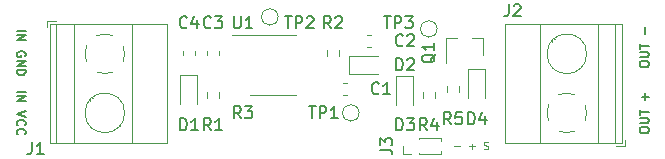
<source format=gbr>
%TF.GenerationSoftware,KiCad,Pcbnew,(5.1.10)-1*%
%TF.CreationDate,2021-06-27T21:28:02-04:00*%
%TF.ProjectId,PWM_Generator,50574d5f-4765-46e6-9572-61746f722e6b,rev?*%
%TF.SameCoordinates,Original*%
%TF.FileFunction,Legend,Top*%
%TF.FilePolarity,Positive*%
%FSLAX46Y46*%
G04 Gerber Fmt 4.6, Leading zero omitted, Abs format (unit mm)*
G04 Created by KiCad (PCBNEW (5.1.10)-1) date 2021-06-27 21:28:02*
%MOMM*%
%LPD*%
G01*
G04 APERTURE LIST*
%ADD10C,0.076200*%
%ADD11C,0.150000*%
%ADD12C,0.120000*%
G04 APERTURE END LIST*
D10*
X126594809Y-90723357D02*
X127078619Y-90723357D01*
X127864809Y-90723357D02*
X128348619Y-90723357D01*
X128106714Y-90965261D02*
X128106714Y-90481452D01*
X129104571Y-90935023D02*
X129195285Y-90965261D01*
X129346476Y-90965261D01*
X129406952Y-90935023D01*
X129437190Y-90904785D01*
X129467428Y-90844309D01*
X129467428Y-90783833D01*
X129437190Y-90723357D01*
X129406952Y-90693119D01*
X129346476Y-90662880D01*
X129225523Y-90632642D01*
X129165047Y-90602404D01*
X129134809Y-90572166D01*
X129104571Y-90511690D01*
X129104571Y-90451214D01*
X129134809Y-90390738D01*
X129165047Y-90360500D01*
X129225523Y-90330261D01*
X129376714Y-90330261D01*
X129467428Y-90360500D01*
D11*
X89571285Y-80953428D02*
X90333285Y-80953428D01*
X89571285Y-81316285D02*
X90333285Y-81316285D01*
X89571285Y-81751714D01*
X90333285Y-81751714D01*
X90297000Y-83094285D02*
X90333285Y-83021714D01*
X90333285Y-82912857D01*
X90297000Y-82804000D01*
X90224428Y-82731428D01*
X90151857Y-82695142D01*
X90006714Y-82658857D01*
X89897857Y-82658857D01*
X89752714Y-82695142D01*
X89680142Y-82731428D01*
X89607571Y-82804000D01*
X89571285Y-82912857D01*
X89571285Y-82985428D01*
X89607571Y-83094285D01*
X89643857Y-83130571D01*
X89897857Y-83130571D01*
X89897857Y-82985428D01*
X89571285Y-83457142D02*
X90333285Y-83457142D01*
X89571285Y-83892571D01*
X90333285Y-83892571D01*
X89571285Y-84255428D02*
X90333285Y-84255428D01*
X90333285Y-84436857D01*
X90297000Y-84545714D01*
X90224428Y-84618285D01*
X90151857Y-84654571D01*
X90006714Y-84690857D01*
X89897857Y-84690857D01*
X89752714Y-84654571D01*
X89680142Y-84618285D01*
X89607571Y-84545714D01*
X89571285Y-84436857D01*
X89571285Y-84255428D01*
X89571285Y-86106000D02*
X90333285Y-86106000D01*
X89571285Y-86468857D02*
X90333285Y-86468857D01*
X89571285Y-86904285D01*
X90333285Y-86904285D01*
X90333285Y-87738857D02*
X89571285Y-87992857D01*
X90333285Y-88246857D01*
X89643857Y-88936285D02*
X89607571Y-88900000D01*
X89571285Y-88791142D01*
X89571285Y-88718571D01*
X89607571Y-88609714D01*
X89680142Y-88537142D01*
X89752714Y-88500857D01*
X89897857Y-88464571D01*
X90006714Y-88464571D01*
X90151857Y-88500857D01*
X90224428Y-88537142D01*
X90297000Y-88609714D01*
X90333285Y-88718571D01*
X90333285Y-88791142D01*
X90297000Y-88900000D01*
X90260714Y-88936285D01*
X89643857Y-89698285D02*
X89607571Y-89662000D01*
X89571285Y-89553142D01*
X89571285Y-89480571D01*
X89607571Y-89371714D01*
X89680142Y-89299142D01*
X89752714Y-89262857D01*
X89897857Y-89226571D01*
X90006714Y-89226571D01*
X90151857Y-89262857D01*
X90224428Y-89299142D01*
X90297000Y-89371714D01*
X90333285Y-89480571D01*
X90333285Y-89553142D01*
X90297000Y-89662000D01*
X90260714Y-89698285D01*
X142330714Y-89408000D02*
X142330714Y-89262857D01*
X142367000Y-89190285D01*
X142439571Y-89117714D01*
X142584714Y-89081428D01*
X142838714Y-89081428D01*
X142983857Y-89117714D01*
X143056428Y-89190285D01*
X143092714Y-89262857D01*
X143092714Y-89408000D01*
X143056428Y-89480571D01*
X142983857Y-89553142D01*
X142838714Y-89589428D01*
X142584714Y-89589428D01*
X142439571Y-89553142D01*
X142367000Y-89480571D01*
X142330714Y-89408000D01*
X142330714Y-88754857D02*
X142947571Y-88754857D01*
X143020142Y-88718571D01*
X143056428Y-88682285D01*
X143092714Y-88609714D01*
X143092714Y-88464571D01*
X143056428Y-88392000D01*
X143020142Y-88355714D01*
X142947571Y-88319428D01*
X142330714Y-88319428D01*
X142330714Y-88065428D02*
X142330714Y-87630000D01*
X143092714Y-87847714D02*
X142330714Y-87847714D01*
X142802428Y-86795428D02*
X142802428Y-86214857D01*
X143092714Y-86505142D02*
X142512142Y-86505142D01*
X142330714Y-83820000D02*
X142330714Y-83674857D01*
X142367000Y-83602285D01*
X142439571Y-83529714D01*
X142584714Y-83493428D01*
X142838714Y-83493428D01*
X142983857Y-83529714D01*
X143056428Y-83602285D01*
X143092714Y-83674857D01*
X143092714Y-83820000D01*
X143056428Y-83892571D01*
X142983857Y-83965142D01*
X142838714Y-84001428D01*
X142584714Y-84001428D01*
X142439571Y-83965142D01*
X142367000Y-83892571D01*
X142330714Y-83820000D01*
X142330714Y-83166857D02*
X142947571Y-83166857D01*
X143020142Y-83130571D01*
X143056428Y-83094285D01*
X143092714Y-83021714D01*
X143092714Y-82876571D01*
X143056428Y-82804000D01*
X143020142Y-82767714D01*
X142947571Y-82731428D01*
X142330714Y-82731428D01*
X142330714Y-82477428D02*
X142330714Y-82042000D01*
X143092714Y-82259714D02*
X142330714Y-82259714D01*
X142802428Y-81207428D02*
X142802428Y-80626857D01*
D12*
%TO.C,J3*%
X125496000Y-91373000D02*
X125496000Y-91072493D01*
X125496000Y-90283507D02*
X125496000Y-89983000D01*
X123621000Y-91373000D02*
X125496000Y-91373000D01*
X123621000Y-89983000D02*
X125496000Y-89983000D01*
X123621000Y-91373000D02*
X123621000Y-91286276D01*
X123621000Y-90069724D02*
X123621000Y-89983000D01*
X122936000Y-91373000D02*
X122251000Y-91373000D01*
X122251000Y-91373000D02*
X122251000Y-90678000D01*
%TO.C,TP3*%
X125160000Y-80772000D02*
G75*
G03*
X125160000Y-80772000I-700000J0D01*
G01*
%TO.C,TP2*%
X111698000Y-79756000D02*
G75*
G03*
X111698000Y-79756000I-700000J0D01*
G01*
%TO.C,TP1*%
X118556000Y-87884000D02*
G75*
G03*
X118556000Y-87884000I-700000J0D01*
G01*
%TO.C,U1*%
X111252000Y-86380000D02*
X113202000Y-86380000D01*
X111252000Y-86380000D02*
X109302000Y-86380000D01*
X111252000Y-81260000D02*
X113202000Y-81260000D01*
X111252000Y-81260000D02*
X107802000Y-81260000D01*
%TO.C,R5*%
X127014500Y-85597276D02*
X127014500Y-86106724D01*
X125969500Y-85597276D02*
X125969500Y-86106724D01*
%TO.C,R4*%
X123937500Y-86614724D02*
X123937500Y-86105276D01*
X124982500Y-86614724D02*
X124982500Y-86105276D01*
%TO.C,R2*%
X116854500Y-82549276D02*
X116854500Y-83058724D01*
X115809500Y-82549276D02*
X115809500Y-83058724D01*
%TO.C,R1*%
X106694500Y-86105276D02*
X106694500Y-86614724D01*
X105649500Y-86105276D02*
X105649500Y-86614724D01*
%TO.C,Q1*%
X129088000Y-81536000D02*
X128158000Y-81536000D01*
X125928000Y-81536000D02*
X126858000Y-81536000D01*
X125928000Y-81536000D02*
X125928000Y-83696000D01*
X129088000Y-81536000D02*
X129088000Y-82996000D01*
%TO.C,J2*%
X137824000Y-82884000D02*
G75*
G03*
X137824000Y-82884000I-1680000J0D01*
G01*
X140244000Y-90444000D02*
X140244000Y-80324000D01*
X138744000Y-90444000D02*
X138744000Y-80324000D01*
X133843000Y-90444000D02*
X133843000Y-80324000D01*
X130883000Y-90444000D02*
X130883000Y-80324000D01*
X140804000Y-90444000D02*
X140804000Y-80324000D01*
X130883000Y-90444000D02*
X140804000Y-90444000D01*
X130883000Y-80324000D02*
X140804000Y-80324000D01*
X135075000Y-81609000D02*
X135121000Y-81656000D01*
X137383000Y-83918000D02*
X137418000Y-83953000D01*
X134869000Y-81814000D02*
X134905000Y-81849000D01*
X137167000Y-84111000D02*
X137213000Y-84158000D01*
X140304000Y-90684000D02*
X141044000Y-90684000D01*
X141044000Y-90684000D02*
X141044000Y-90184000D01*
X137824253Y-87855195D02*
G75*
G02*
X137679000Y-88568000I-1680253J-28805D01*
G01*
X136827042Y-89419426D02*
G75*
G02*
X135460000Y-89419000I-683042J1535426D01*
G01*
X134608574Y-88567042D02*
G75*
G02*
X134609000Y-87200000I1535426J683042D01*
G01*
X135460958Y-86348574D02*
G75*
G02*
X136828000Y-86349000I683042J-1535426D01*
G01*
X137678756Y-87200682D02*
G75*
G02*
X137824000Y-87884000I-1534756J-683318D01*
G01*
%TO.C,J1*%
X98708000Y-87884000D02*
G75*
G03*
X98708000Y-87884000I-1680000J0D01*
G01*
X92928000Y-80324000D02*
X92928000Y-90444000D01*
X94428000Y-80324000D02*
X94428000Y-90444000D01*
X99329000Y-80324000D02*
X99329000Y-90444000D01*
X102289000Y-80324000D02*
X102289000Y-90444000D01*
X92368000Y-80324000D02*
X92368000Y-90444000D01*
X102289000Y-80324000D02*
X92368000Y-80324000D01*
X102289000Y-90444000D02*
X92368000Y-90444000D01*
X98097000Y-89159000D02*
X98051000Y-89112000D01*
X95789000Y-86850000D02*
X95754000Y-86815000D01*
X98303000Y-88954000D02*
X98267000Y-88919000D01*
X96005000Y-86657000D02*
X95959000Y-86610000D01*
X92868000Y-80084000D02*
X92128000Y-80084000D01*
X92128000Y-80084000D02*
X92128000Y-80584000D01*
X95347747Y-82912805D02*
G75*
G02*
X95493000Y-82200000I1680253J28805D01*
G01*
X96344958Y-81348574D02*
G75*
G02*
X97712000Y-81349000I683042J-1535426D01*
G01*
X98563426Y-82200958D02*
G75*
G02*
X98563000Y-83568000I-1535426J-683042D01*
G01*
X97711042Y-84419426D02*
G75*
G02*
X96344000Y-84419000I-683042J1535426D01*
G01*
X95493244Y-83567318D02*
G75*
G02*
X95348000Y-82884000I1534756J683318D01*
G01*
%TO.C,D4*%
X129259000Y-86652000D02*
X129259000Y-84192000D01*
X129259000Y-84192000D02*
X127789000Y-84192000D01*
X127789000Y-84192000D02*
X127789000Y-86652000D01*
%TO.C,D3*%
X123163000Y-87205000D02*
X123163000Y-84745000D01*
X123163000Y-84745000D02*
X121693000Y-84745000D01*
X121693000Y-84745000D02*
X121693000Y-87205000D01*
%TO.C,D2*%
X120180000Y-83085000D02*
X117720000Y-83085000D01*
X117720000Y-83085000D02*
X117720000Y-84555000D01*
X117720000Y-84555000D02*
X120180000Y-84555000D01*
%TO.C,D1*%
X104875000Y-87160000D02*
X104875000Y-84700000D01*
X104875000Y-84700000D02*
X103405000Y-84700000D01*
X103405000Y-84700000D02*
X103405000Y-87160000D01*
%TO.C,C4*%
X103630000Y-82950267D02*
X103630000Y-82657733D01*
X104650000Y-82950267D02*
X104650000Y-82657733D01*
%TO.C,C3*%
X105662000Y-82950267D02*
X105662000Y-82657733D01*
X106682000Y-82950267D02*
X106682000Y-82657733D01*
%TO.C,C2*%
X119233733Y-81278000D02*
X119526267Y-81278000D01*
X119233733Y-82298000D02*
X119526267Y-82298000D01*
%TO.C,C1*%
X117201733Y-85342000D02*
X117494267Y-85342000D01*
X117201733Y-86362000D02*
X117494267Y-86362000D01*
%TO.C,J3*%
D11*
X120356380Y-91011333D02*
X121070666Y-91011333D01*
X121213523Y-91058952D01*
X121308761Y-91154190D01*
X121356380Y-91297047D01*
X121356380Y-91392285D01*
X120356380Y-90630380D02*
X120356380Y-90011333D01*
X120737333Y-90344666D01*
X120737333Y-90201809D01*
X120784952Y-90106571D01*
X120832571Y-90058952D01*
X120927809Y-90011333D01*
X121165904Y-90011333D01*
X121261142Y-90058952D01*
X121308761Y-90106571D01*
X121356380Y-90201809D01*
X121356380Y-90487523D01*
X121308761Y-90582761D01*
X121261142Y-90630380D01*
%TO.C,R3*%
X108545333Y-88336380D02*
X108212000Y-87860190D01*
X107973904Y-88336380D02*
X107973904Y-87336380D01*
X108354857Y-87336380D01*
X108450095Y-87384000D01*
X108497714Y-87431619D01*
X108545333Y-87526857D01*
X108545333Y-87669714D01*
X108497714Y-87764952D01*
X108450095Y-87812571D01*
X108354857Y-87860190D01*
X107973904Y-87860190D01*
X108878666Y-87336380D02*
X109497714Y-87336380D01*
X109164380Y-87717333D01*
X109307238Y-87717333D01*
X109402476Y-87764952D01*
X109450095Y-87812571D01*
X109497714Y-87907809D01*
X109497714Y-88145904D01*
X109450095Y-88241142D01*
X109402476Y-88288761D01*
X109307238Y-88336380D01*
X109021523Y-88336380D01*
X108926285Y-88288761D01*
X108878666Y-88241142D01*
%TO.C,TP3*%
X120658095Y-79716380D02*
X121229523Y-79716380D01*
X120943809Y-80716380D02*
X120943809Y-79716380D01*
X121562857Y-80716380D02*
X121562857Y-79716380D01*
X121943809Y-79716380D01*
X122039047Y-79764000D01*
X122086666Y-79811619D01*
X122134285Y-79906857D01*
X122134285Y-80049714D01*
X122086666Y-80144952D01*
X122039047Y-80192571D01*
X121943809Y-80240190D01*
X121562857Y-80240190D01*
X122467619Y-79716380D02*
X123086666Y-79716380D01*
X122753333Y-80097333D01*
X122896190Y-80097333D01*
X122991428Y-80144952D01*
X123039047Y-80192571D01*
X123086666Y-80287809D01*
X123086666Y-80525904D01*
X123039047Y-80621142D01*
X122991428Y-80668761D01*
X122896190Y-80716380D01*
X122610476Y-80716380D01*
X122515238Y-80668761D01*
X122467619Y-80621142D01*
%TO.C,TP2*%
X112276095Y-79716380D02*
X112847523Y-79716380D01*
X112561809Y-80716380D02*
X112561809Y-79716380D01*
X113180857Y-80716380D02*
X113180857Y-79716380D01*
X113561809Y-79716380D01*
X113657047Y-79764000D01*
X113704666Y-79811619D01*
X113752285Y-79906857D01*
X113752285Y-80049714D01*
X113704666Y-80144952D01*
X113657047Y-80192571D01*
X113561809Y-80240190D01*
X113180857Y-80240190D01*
X114133238Y-79811619D02*
X114180857Y-79764000D01*
X114276095Y-79716380D01*
X114514190Y-79716380D01*
X114609428Y-79764000D01*
X114657047Y-79811619D01*
X114704666Y-79906857D01*
X114704666Y-80002095D01*
X114657047Y-80144952D01*
X114085619Y-80716380D01*
X114704666Y-80716380D01*
%TO.C,TP1*%
X114308095Y-87336380D02*
X114879523Y-87336380D01*
X114593809Y-88336380D02*
X114593809Y-87336380D01*
X115212857Y-88336380D02*
X115212857Y-87336380D01*
X115593809Y-87336380D01*
X115689047Y-87384000D01*
X115736666Y-87431619D01*
X115784285Y-87526857D01*
X115784285Y-87669714D01*
X115736666Y-87764952D01*
X115689047Y-87812571D01*
X115593809Y-87860190D01*
X115212857Y-87860190D01*
X116736666Y-88336380D02*
X116165238Y-88336380D01*
X116450952Y-88336380D02*
X116450952Y-87336380D01*
X116355714Y-87479238D01*
X116260476Y-87574476D01*
X116165238Y-87622095D01*
%TO.C,U1*%
X107950095Y-79716380D02*
X107950095Y-80525904D01*
X107997714Y-80621142D01*
X108045333Y-80668761D01*
X108140571Y-80716380D01*
X108331047Y-80716380D01*
X108426285Y-80668761D01*
X108473904Y-80621142D01*
X108521523Y-80525904D01*
X108521523Y-79716380D01*
X109521523Y-80716380D02*
X108950095Y-80716380D01*
X109235809Y-80716380D02*
X109235809Y-79716380D01*
X109140571Y-79859238D01*
X109045333Y-79954476D01*
X108950095Y-80002095D01*
%TO.C,R5*%
X126325333Y-88844380D02*
X125992000Y-88368190D01*
X125753904Y-88844380D02*
X125753904Y-87844380D01*
X126134857Y-87844380D01*
X126230095Y-87892000D01*
X126277714Y-87939619D01*
X126325333Y-88034857D01*
X126325333Y-88177714D01*
X126277714Y-88272952D01*
X126230095Y-88320571D01*
X126134857Y-88368190D01*
X125753904Y-88368190D01*
X127230095Y-87844380D02*
X126753904Y-87844380D01*
X126706285Y-88320571D01*
X126753904Y-88272952D01*
X126849142Y-88225333D01*
X127087238Y-88225333D01*
X127182476Y-88272952D01*
X127230095Y-88320571D01*
X127277714Y-88415809D01*
X127277714Y-88653904D01*
X127230095Y-88749142D01*
X127182476Y-88796761D01*
X127087238Y-88844380D01*
X126849142Y-88844380D01*
X126753904Y-88796761D01*
X126706285Y-88749142D01*
%TO.C,R4*%
X124293333Y-89352380D02*
X123960000Y-88876190D01*
X123721904Y-89352380D02*
X123721904Y-88352380D01*
X124102857Y-88352380D01*
X124198095Y-88400000D01*
X124245714Y-88447619D01*
X124293333Y-88542857D01*
X124293333Y-88685714D01*
X124245714Y-88780952D01*
X124198095Y-88828571D01*
X124102857Y-88876190D01*
X123721904Y-88876190D01*
X125150476Y-88685714D02*
X125150476Y-89352380D01*
X124912380Y-88304761D02*
X124674285Y-89019047D01*
X125293333Y-89019047D01*
%TO.C,R2*%
X116165333Y-80716380D02*
X115832000Y-80240190D01*
X115593904Y-80716380D02*
X115593904Y-79716380D01*
X115974857Y-79716380D01*
X116070095Y-79764000D01*
X116117714Y-79811619D01*
X116165333Y-79906857D01*
X116165333Y-80049714D01*
X116117714Y-80144952D01*
X116070095Y-80192571D01*
X115974857Y-80240190D01*
X115593904Y-80240190D01*
X116546285Y-79811619D02*
X116593904Y-79764000D01*
X116689142Y-79716380D01*
X116927238Y-79716380D01*
X117022476Y-79764000D01*
X117070095Y-79811619D01*
X117117714Y-79906857D01*
X117117714Y-80002095D01*
X117070095Y-80144952D01*
X116498666Y-80716380D01*
X117117714Y-80716380D01*
%TO.C,R1*%
X106005333Y-89352380D02*
X105672000Y-88876190D01*
X105433904Y-89352380D02*
X105433904Y-88352380D01*
X105814857Y-88352380D01*
X105910095Y-88400000D01*
X105957714Y-88447619D01*
X106005333Y-88542857D01*
X106005333Y-88685714D01*
X105957714Y-88780952D01*
X105910095Y-88828571D01*
X105814857Y-88876190D01*
X105433904Y-88876190D01*
X106957714Y-89352380D02*
X106386285Y-89352380D01*
X106672000Y-89352380D02*
X106672000Y-88352380D01*
X106576761Y-88495238D01*
X106481523Y-88590476D01*
X106386285Y-88638095D01*
%TO.C,Q1*%
X125007619Y-82899238D02*
X124960000Y-82994476D01*
X124864761Y-83089714D01*
X124721904Y-83232571D01*
X124674285Y-83327809D01*
X124674285Y-83423047D01*
X124912380Y-83375428D02*
X124864761Y-83470666D01*
X124769523Y-83565904D01*
X124579047Y-83613523D01*
X124245714Y-83613523D01*
X124055238Y-83565904D01*
X123960000Y-83470666D01*
X123912380Y-83375428D01*
X123912380Y-83184952D01*
X123960000Y-83089714D01*
X124055238Y-82994476D01*
X124245714Y-82946857D01*
X124579047Y-82946857D01*
X124769523Y-82994476D01*
X124864761Y-83089714D01*
X124912380Y-83184952D01*
X124912380Y-83375428D01*
X124912380Y-81994476D02*
X124912380Y-82565904D01*
X124912380Y-82280190D02*
X123912380Y-82280190D01*
X124055238Y-82375428D01*
X124150476Y-82470666D01*
X124198095Y-82565904D01*
%TO.C,J2*%
X131238666Y-78700380D02*
X131238666Y-79414666D01*
X131191047Y-79557523D01*
X131095809Y-79652761D01*
X130952952Y-79700380D01*
X130857714Y-79700380D01*
X131667238Y-78795619D02*
X131714857Y-78748000D01*
X131810095Y-78700380D01*
X132048190Y-78700380D01*
X132143428Y-78748000D01*
X132191047Y-78795619D01*
X132238666Y-78890857D01*
X132238666Y-78986095D01*
X132191047Y-79128952D01*
X131619619Y-79700380D01*
X132238666Y-79700380D01*
%TO.C,J1*%
X90852666Y-90384380D02*
X90852666Y-91098666D01*
X90805047Y-91241523D01*
X90709809Y-91336761D01*
X90566952Y-91384380D01*
X90471714Y-91384380D01*
X91852666Y-91384380D02*
X91281238Y-91384380D01*
X91566952Y-91384380D02*
X91566952Y-90384380D01*
X91471714Y-90527238D01*
X91376476Y-90622476D01*
X91281238Y-90670095D01*
%TO.C,D4*%
X127785904Y-88844380D02*
X127785904Y-87844380D01*
X128024000Y-87844380D01*
X128166857Y-87892000D01*
X128262095Y-87987238D01*
X128309714Y-88082476D01*
X128357333Y-88272952D01*
X128357333Y-88415809D01*
X128309714Y-88606285D01*
X128262095Y-88701523D01*
X128166857Y-88796761D01*
X128024000Y-88844380D01*
X127785904Y-88844380D01*
X129214476Y-88177714D02*
X129214476Y-88844380D01*
X128976380Y-87796761D02*
X128738285Y-88511047D01*
X129357333Y-88511047D01*
%TO.C,D3*%
X121689904Y-89352380D02*
X121689904Y-88352380D01*
X121928000Y-88352380D01*
X122070857Y-88400000D01*
X122166095Y-88495238D01*
X122213714Y-88590476D01*
X122261333Y-88780952D01*
X122261333Y-88923809D01*
X122213714Y-89114285D01*
X122166095Y-89209523D01*
X122070857Y-89304761D01*
X121928000Y-89352380D01*
X121689904Y-89352380D01*
X122594666Y-88352380D02*
X123213714Y-88352380D01*
X122880380Y-88733333D01*
X123023238Y-88733333D01*
X123118476Y-88780952D01*
X123166095Y-88828571D01*
X123213714Y-88923809D01*
X123213714Y-89161904D01*
X123166095Y-89257142D01*
X123118476Y-89304761D01*
X123023238Y-89352380D01*
X122737523Y-89352380D01*
X122642285Y-89304761D01*
X122594666Y-89257142D01*
%TO.C,D2*%
X121689904Y-84272380D02*
X121689904Y-83272380D01*
X121928000Y-83272380D01*
X122070857Y-83320000D01*
X122166095Y-83415238D01*
X122213714Y-83510476D01*
X122261333Y-83700952D01*
X122261333Y-83843809D01*
X122213714Y-84034285D01*
X122166095Y-84129523D01*
X122070857Y-84224761D01*
X121928000Y-84272380D01*
X121689904Y-84272380D01*
X122642285Y-83367619D02*
X122689904Y-83320000D01*
X122785142Y-83272380D01*
X123023238Y-83272380D01*
X123118476Y-83320000D01*
X123166095Y-83367619D01*
X123213714Y-83462857D01*
X123213714Y-83558095D01*
X123166095Y-83700952D01*
X122594666Y-84272380D01*
X123213714Y-84272380D01*
%TO.C,D1*%
X103401904Y-89352380D02*
X103401904Y-88352380D01*
X103640000Y-88352380D01*
X103782857Y-88400000D01*
X103878095Y-88495238D01*
X103925714Y-88590476D01*
X103973333Y-88780952D01*
X103973333Y-88923809D01*
X103925714Y-89114285D01*
X103878095Y-89209523D01*
X103782857Y-89304761D01*
X103640000Y-89352380D01*
X103401904Y-89352380D01*
X104925714Y-89352380D02*
X104354285Y-89352380D01*
X104640000Y-89352380D02*
X104640000Y-88352380D01*
X104544761Y-88495238D01*
X104449523Y-88590476D01*
X104354285Y-88638095D01*
%TO.C,C4*%
X103973333Y-80621142D02*
X103925714Y-80668761D01*
X103782857Y-80716380D01*
X103687619Y-80716380D01*
X103544761Y-80668761D01*
X103449523Y-80573523D01*
X103401904Y-80478285D01*
X103354285Y-80287809D01*
X103354285Y-80144952D01*
X103401904Y-79954476D01*
X103449523Y-79859238D01*
X103544761Y-79764000D01*
X103687619Y-79716380D01*
X103782857Y-79716380D01*
X103925714Y-79764000D01*
X103973333Y-79811619D01*
X104830476Y-80049714D02*
X104830476Y-80716380D01*
X104592380Y-79668761D02*
X104354285Y-80383047D01*
X104973333Y-80383047D01*
%TO.C,C3*%
X106005333Y-80621142D02*
X105957714Y-80668761D01*
X105814857Y-80716380D01*
X105719619Y-80716380D01*
X105576761Y-80668761D01*
X105481523Y-80573523D01*
X105433904Y-80478285D01*
X105386285Y-80287809D01*
X105386285Y-80144952D01*
X105433904Y-79954476D01*
X105481523Y-79859238D01*
X105576761Y-79764000D01*
X105719619Y-79716380D01*
X105814857Y-79716380D01*
X105957714Y-79764000D01*
X106005333Y-79811619D01*
X106338666Y-79716380D02*
X106957714Y-79716380D01*
X106624380Y-80097333D01*
X106767238Y-80097333D01*
X106862476Y-80144952D01*
X106910095Y-80192571D01*
X106957714Y-80287809D01*
X106957714Y-80525904D01*
X106910095Y-80621142D01*
X106862476Y-80668761D01*
X106767238Y-80716380D01*
X106481523Y-80716380D01*
X106386285Y-80668761D01*
X106338666Y-80621142D01*
%TO.C,C2*%
X122261333Y-82145142D02*
X122213714Y-82192761D01*
X122070857Y-82240380D01*
X121975619Y-82240380D01*
X121832761Y-82192761D01*
X121737523Y-82097523D01*
X121689904Y-82002285D01*
X121642285Y-81811809D01*
X121642285Y-81668952D01*
X121689904Y-81478476D01*
X121737523Y-81383238D01*
X121832761Y-81288000D01*
X121975619Y-81240380D01*
X122070857Y-81240380D01*
X122213714Y-81288000D01*
X122261333Y-81335619D01*
X122642285Y-81335619D02*
X122689904Y-81288000D01*
X122785142Y-81240380D01*
X123023238Y-81240380D01*
X123118476Y-81288000D01*
X123166095Y-81335619D01*
X123213714Y-81430857D01*
X123213714Y-81526095D01*
X123166095Y-81668952D01*
X122594666Y-82240380D01*
X123213714Y-82240380D01*
%TO.C,C1*%
X120229333Y-86209142D02*
X120181714Y-86256761D01*
X120038857Y-86304380D01*
X119943619Y-86304380D01*
X119800761Y-86256761D01*
X119705523Y-86161523D01*
X119657904Y-86066285D01*
X119610285Y-85875809D01*
X119610285Y-85732952D01*
X119657904Y-85542476D01*
X119705523Y-85447238D01*
X119800761Y-85352000D01*
X119943619Y-85304380D01*
X120038857Y-85304380D01*
X120181714Y-85352000D01*
X120229333Y-85399619D01*
X121181714Y-86304380D02*
X120610285Y-86304380D01*
X120896000Y-86304380D02*
X120896000Y-85304380D01*
X120800761Y-85447238D01*
X120705523Y-85542476D01*
X120610285Y-85590095D01*
%TD*%
M02*

</source>
